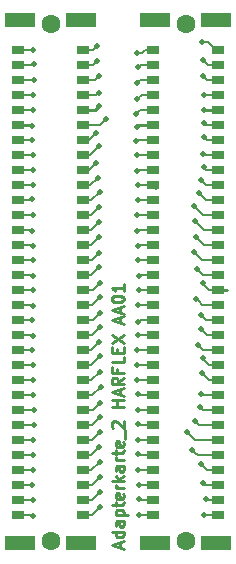
<source format=gtl>
G04 #@! TF.FileFunction,Copper,L1,Top,Signal*
%FSLAX46Y46*%
G04 Gerber Fmt 4.6, Leading zero omitted, Abs format (unit mm)*
G04 Created by KiCad (PCBNEW 4.0.4-stable) date 12/05/16 22:10:46*
%MOMM*%
%LPD*%
G01*
G04 APERTURE LIST*
%ADD10C,0.150000*%
%ADD11C,0.250000*%
%ADD12R,1.100000X0.800000*%
%ADD13R,2.500000X1.200000*%
%ADD14C,1.600000*%
%ADD15C,0.500000*%
%ADD16C,0.200000*%
%ADD17C,0.254000*%
G04 APERTURE END LIST*
D10*
D11*
X10291667Y-46042859D02*
X10291667Y-45566668D01*
X10577381Y-46138097D02*
X9577381Y-45804764D01*
X10577381Y-45471430D01*
X10577381Y-44709525D02*
X9577381Y-44709525D01*
X10529762Y-44709525D02*
X10577381Y-44804763D01*
X10577381Y-44995240D01*
X10529762Y-45090478D01*
X10482143Y-45138097D01*
X10386905Y-45185716D01*
X10101190Y-45185716D01*
X10005952Y-45138097D01*
X9958333Y-45090478D01*
X9910714Y-44995240D01*
X9910714Y-44804763D01*
X9958333Y-44709525D01*
X10577381Y-43804763D02*
X10053571Y-43804763D01*
X9958333Y-43852382D01*
X9910714Y-43947620D01*
X9910714Y-44138097D01*
X9958333Y-44233335D01*
X10529762Y-43804763D02*
X10577381Y-43900001D01*
X10577381Y-44138097D01*
X10529762Y-44233335D01*
X10434524Y-44280954D01*
X10339286Y-44280954D01*
X10244048Y-44233335D01*
X10196429Y-44138097D01*
X10196429Y-43900001D01*
X10148810Y-43804763D01*
X9910714Y-43328573D02*
X10910714Y-43328573D01*
X9958333Y-43328573D02*
X9910714Y-43233335D01*
X9910714Y-43042858D01*
X9958333Y-42947620D01*
X10005952Y-42900001D01*
X10101190Y-42852382D01*
X10386905Y-42852382D01*
X10482143Y-42900001D01*
X10529762Y-42947620D01*
X10577381Y-43042858D01*
X10577381Y-43233335D01*
X10529762Y-43328573D01*
X9910714Y-42566668D02*
X9910714Y-42185716D01*
X9577381Y-42423811D02*
X10434524Y-42423811D01*
X10529762Y-42376192D01*
X10577381Y-42280954D01*
X10577381Y-42185716D01*
X10529762Y-41471429D02*
X10577381Y-41566667D01*
X10577381Y-41757144D01*
X10529762Y-41852382D01*
X10434524Y-41900001D01*
X10053571Y-41900001D01*
X9958333Y-41852382D01*
X9910714Y-41757144D01*
X9910714Y-41566667D01*
X9958333Y-41471429D01*
X10053571Y-41423810D01*
X10148810Y-41423810D01*
X10244048Y-41900001D01*
X10577381Y-40995239D02*
X9910714Y-40995239D01*
X10101190Y-40995239D02*
X10005952Y-40947620D01*
X9958333Y-40900001D01*
X9910714Y-40804763D01*
X9910714Y-40709524D01*
X10577381Y-40376191D02*
X9577381Y-40376191D01*
X10196429Y-40280953D02*
X10577381Y-39995238D01*
X9910714Y-39995238D02*
X10291667Y-40376191D01*
X10577381Y-39138095D02*
X10053571Y-39138095D01*
X9958333Y-39185714D01*
X9910714Y-39280952D01*
X9910714Y-39471429D01*
X9958333Y-39566667D01*
X10529762Y-39138095D02*
X10577381Y-39233333D01*
X10577381Y-39471429D01*
X10529762Y-39566667D01*
X10434524Y-39614286D01*
X10339286Y-39614286D01*
X10244048Y-39566667D01*
X10196429Y-39471429D01*
X10196429Y-39233333D01*
X10148810Y-39138095D01*
X10577381Y-38661905D02*
X9910714Y-38661905D01*
X10101190Y-38661905D02*
X10005952Y-38614286D01*
X9958333Y-38566667D01*
X9910714Y-38471429D01*
X9910714Y-38376190D01*
X9910714Y-38185714D02*
X9910714Y-37804762D01*
X9577381Y-38042857D02*
X10434524Y-38042857D01*
X10529762Y-37995238D01*
X10577381Y-37900000D01*
X10577381Y-37804762D01*
X10529762Y-37090475D02*
X10577381Y-37185713D01*
X10577381Y-37376190D01*
X10529762Y-37471428D01*
X10434524Y-37519047D01*
X10053571Y-37519047D01*
X9958333Y-37471428D01*
X9910714Y-37376190D01*
X9910714Y-37185713D01*
X9958333Y-37090475D01*
X10053571Y-37042856D01*
X10148810Y-37042856D01*
X10244048Y-37519047D01*
X10672619Y-36852380D02*
X10672619Y-36090475D01*
X9672619Y-35899999D02*
X9625000Y-35852380D01*
X9577381Y-35757142D01*
X9577381Y-35519046D01*
X9625000Y-35423808D01*
X9672619Y-35376189D01*
X9767857Y-35328570D01*
X9863095Y-35328570D01*
X10005952Y-35376189D01*
X10577381Y-35947618D01*
X10577381Y-35328570D01*
X10577381Y-34138094D02*
X9577381Y-34138094D01*
X10053571Y-34138094D02*
X10053571Y-33566665D01*
X10577381Y-33566665D02*
X9577381Y-33566665D01*
X10291667Y-33138094D02*
X10291667Y-32661903D01*
X10577381Y-33233332D02*
X9577381Y-32899999D01*
X10577381Y-32566665D01*
X10577381Y-31661903D02*
X10101190Y-31995237D01*
X10577381Y-32233332D02*
X9577381Y-32233332D01*
X9577381Y-31852379D01*
X9625000Y-31757141D01*
X9672619Y-31709522D01*
X9767857Y-31661903D01*
X9910714Y-31661903D01*
X10005952Y-31709522D01*
X10053571Y-31757141D01*
X10101190Y-31852379D01*
X10101190Y-32233332D01*
X10053571Y-30899998D02*
X10053571Y-31233332D01*
X10577381Y-31233332D02*
X9577381Y-31233332D01*
X9577381Y-30757141D01*
X10577381Y-29899998D02*
X10577381Y-30376189D01*
X9577381Y-30376189D01*
X10053571Y-29566665D02*
X10053571Y-29233331D01*
X10577381Y-29090474D02*
X10577381Y-29566665D01*
X9577381Y-29566665D01*
X9577381Y-29090474D01*
X9577381Y-28757141D02*
X10577381Y-28090474D01*
X9577381Y-28090474D02*
X10577381Y-28757141D01*
X10291667Y-26995236D02*
X10291667Y-26519045D01*
X10577381Y-27090474D02*
X9577381Y-26757141D01*
X10577381Y-26423807D01*
X10291667Y-26138093D02*
X10291667Y-25661902D01*
X10577381Y-26233331D02*
X9577381Y-25899998D01*
X10577381Y-25566664D01*
X9577381Y-25042855D02*
X9577381Y-24947616D01*
X9625000Y-24852378D01*
X9672619Y-24804759D01*
X9767857Y-24757140D01*
X9958333Y-24709521D01*
X10196429Y-24709521D01*
X10386905Y-24757140D01*
X10482143Y-24804759D01*
X10529762Y-24852378D01*
X10577381Y-24947616D01*
X10577381Y-25042855D01*
X10529762Y-25138093D01*
X10482143Y-25185712D01*
X10386905Y-25233331D01*
X10196429Y-25280950D01*
X9958333Y-25280950D01*
X9767857Y-25233331D01*
X9672619Y-25185712D01*
X9625000Y-25138093D01*
X9577381Y-25042855D01*
X10577381Y-23757140D02*
X10577381Y-24328569D01*
X10577381Y-24042855D02*
X9577381Y-24042855D01*
X9720238Y-24138093D01*
X9815476Y-24233331D01*
X9863095Y-24328569D01*
D12*
X13070000Y-43290000D03*
X18570000Y-43290000D03*
X13070000Y-42020000D03*
X18570000Y-42020000D03*
X13070000Y-40750000D03*
X18570000Y-40750000D03*
X13070000Y-39480000D03*
X18570000Y-39480000D03*
X13070000Y-38210000D03*
X18570000Y-38210000D03*
X13070000Y-36940000D03*
X18570000Y-36940000D03*
X13070000Y-35670000D03*
X18570000Y-35670000D03*
X13070000Y-34400000D03*
X18570000Y-34400000D03*
X13070000Y-33130000D03*
X18570000Y-33130000D03*
X13070000Y-31860000D03*
X18570000Y-31860000D03*
X13070000Y-30590000D03*
X18570000Y-30590000D03*
X13070000Y-29320000D03*
X18570000Y-29320000D03*
X13070000Y-28050000D03*
X18570000Y-28050000D03*
X13070000Y-26780000D03*
X18570000Y-26780000D03*
X13070000Y-25510000D03*
X18570000Y-25510000D03*
X13070000Y-24240000D03*
X18570000Y-24240000D03*
X13070000Y-22970000D03*
X18570000Y-22970000D03*
X13070000Y-21700000D03*
X18570000Y-21700000D03*
X13070000Y-20430000D03*
X18570000Y-20430000D03*
X13070000Y-19160000D03*
X18570000Y-19160000D03*
X13070000Y-17890000D03*
X18570000Y-17890000D03*
X13070000Y-16620000D03*
X18570000Y-16620000D03*
X13070000Y-15350000D03*
X18570000Y-15350000D03*
X13070000Y-14080000D03*
X18570000Y-14080000D03*
X13070000Y-12810000D03*
X18570000Y-12810000D03*
X13070000Y-11540000D03*
X18570000Y-11540000D03*
X13070000Y-10270000D03*
X18570000Y-10270000D03*
X13070000Y-9000000D03*
X18570000Y-9000000D03*
X13070000Y-7730000D03*
X18570000Y-7730000D03*
X13070000Y-6460000D03*
X18570000Y-6460000D03*
X13070000Y-5190000D03*
X18570000Y-5190000D03*
X13070000Y-3920000D03*
X18570000Y-3920000D03*
D13*
X13270000Y-1410000D03*
X18370000Y-1410000D03*
X13270000Y-45700000D03*
X18370000Y-45700000D03*
D14*
X15820000Y-1710000D03*
X15820000Y-45500000D03*
D12*
X1640000Y-43290000D03*
X7140000Y-43290000D03*
X1640000Y-42020000D03*
X7140000Y-42020000D03*
X1640000Y-40750000D03*
X7140000Y-40750000D03*
X1640000Y-39480000D03*
X7140000Y-39480000D03*
X1640000Y-38210000D03*
X7140000Y-38210000D03*
X1640000Y-36940000D03*
X7140000Y-36940000D03*
X1640000Y-35670000D03*
X7140000Y-35670000D03*
X1640000Y-34400000D03*
X7140000Y-34400000D03*
X1640000Y-33130000D03*
X7140000Y-33130000D03*
X1640000Y-31860000D03*
X7140000Y-31860000D03*
X1640000Y-30590000D03*
X7140000Y-30590000D03*
X1640000Y-29320000D03*
X7140000Y-29320000D03*
X1640000Y-28050000D03*
X7140000Y-28050000D03*
X1640000Y-26780000D03*
X7140000Y-26780000D03*
X1640000Y-25510000D03*
X7140000Y-25510000D03*
X1640000Y-24240000D03*
X7140000Y-24240000D03*
X1640000Y-22970000D03*
X7140000Y-22970000D03*
X1640000Y-21700000D03*
X7140000Y-21700000D03*
X1640000Y-20430000D03*
X7140000Y-20430000D03*
X1640000Y-19160000D03*
X7140000Y-19160000D03*
X1640000Y-17890000D03*
X7140000Y-17890000D03*
X1640000Y-16620000D03*
X7140000Y-16620000D03*
X1640000Y-15350000D03*
X7140000Y-15350000D03*
X1640000Y-14080000D03*
X7140000Y-14080000D03*
X1640000Y-12810000D03*
X7140000Y-12810000D03*
X1640000Y-11540000D03*
X7140000Y-11540000D03*
X1640000Y-10270000D03*
X7140000Y-10270000D03*
X1640000Y-9000000D03*
X7140000Y-9000000D03*
X1640000Y-7730000D03*
X7140000Y-7730000D03*
X1640000Y-6460000D03*
X7140000Y-6460000D03*
X1640000Y-5190000D03*
X7140000Y-5190000D03*
X1640000Y-3920000D03*
X7140000Y-3920000D03*
D13*
X1840000Y-1410000D03*
X6940000Y-1410000D03*
X1840000Y-45700000D03*
X6940000Y-45700000D03*
D14*
X4390000Y-1710000D03*
X4390000Y-45500000D03*
D15*
X2920000Y-43340000D03*
X11850000Y-43310000D03*
X16389647Y-37749990D03*
X8510000Y-37510000D03*
X2930000Y-36940000D03*
X11780000Y-36900000D03*
X15935901Y-36249990D03*
X8580000Y-36230000D03*
X2960000Y-35660000D03*
X11800000Y-35590000D03*
X16620874Y-35343129D03*
X8610000Y-35000000D03*
X3000000Y-34400000D03*
X11800000Y-34400000D03*
X17027216Y-34157636D03*
X8600000Y-33780000D03*
X2890000Y-33140000D03*
X11800000Y-33060000D03*
X17171930Y-33057624D03*
X8630000Y-32440000D03*
X2910000Y-31860000D03*
X11740000Y-31820000D03*
X17420000Y-43310000D03*
X8610000Y-42600000D03*
X17180000Y-31249990D03*
X8540000Y-31140000D03*
X2870000Y-30580000D03*
X11710000Y-30580000D03*
X17326636Y-30029990D03*
X8540000Y-29850000D03*
X2820000Y-29280000D03*
X11690000Y-29330000D03*
X16864258Y-28911752D03*
X8510000Y-28670000D03*
X2890000Y-28100000D03*
X11780000Y-28090000D03*
X17114850Y-27549990D03*
X8580000Y-27340000D03*
X2850000Y-26770000D03*
X11800000Y-26910000D03*
X17116324Y-26349990D03*
X8610000Y-26170000D03*
X2930000Y-25560000D03*
X11780000Y-25510000D03*
X2870000Y-42010000D03*
X11890000Y-41950000D03*
X16682319Y-24959990D03*
X8600000Y-24810000D03*
X2930000Y-24230000D03*
X11900000Y-24280000D03*
X17276123Y-23649990D03*
X8580000Y-23610000D03*
X11900000Y-23040000D03*
X2940000Y-23020000D03*
X16823657Y-22466389D03*
X8530000Y-22290000D03*
X2940000Y-21720000D03*
X11820000Y-21700000D03*
X16568629Y-21060010D03*
X8510000Y-21100000D03*
X2930000Y-20530000D03*
X11800000Y-20510000D03*
X16691084Y-19731084D03*
X8490000Y-19770000D03*
X2850000Y-19210000D03*
X11740000Y-19230000D03*
X17553643Y-41949990D03*
X8620000Y-41310000D03*
X16616084Y-18406084D03*
X8480000Y-18510000D03*
X2880000Y-17870000D03*
X11720000Y-17910000D03*
X16516080Y-17131092D03*
X8520000Y-17200000D03*
X11800000Y-16600000D03*
X2820000Y-16570000D03*
X16953319Y-16039915D03*
X8550000Y-15910000D03*
X2880000Y-15350000D03*
X11780000Y-15350000D03*
X17117873Y-14939903D03*
X8370000Y-14750000D03*
X2920000Y-14100000D03*
X11720000Y-14150000D03*
X17345966Y-13839891D03*
X8280000Y-13470000D03*
X2880000Y-12790000D03*
X11680000Y-12810000D03*
X2840000Y-40740000D03*
X11890000Y-40710000D03*
X17320000Y-12739880D03*
X8460000Y-12080000D03*
X11650000Y-11590000D03*
X2860000Y-11510000D03*
X8220000Y-10940000D03*
X17360000Y-11280000D03*
X2840000Y-10340000D03*
X11680000Y-10440000D03*
X9080000Y-9800000D03*
X17380000Y-10140000D03*
X11650000Y-9300000D03*
X2920000Y-8990000D03*
X8520000Y-8670000D03*
X17390000Y-8970000D03*
X2910000Y-7750000D03*
X11730000Y-8100000D03*
X17350000Y-7760000D03*
X8490000Y-7520000D03*
X2950000Y-6460000D03*
X11690000Y-6740000D03*
X17262459Y-40584627D03*
X8570000Y-40090000D03*
X8500000Y-6100000D03*
X17300000Y-6100000D03*
X2960000Y-5120000D03*
X11800000Y-5350000D03*
X17270000Y-4772990D03*
X8350000Y-4810000D03*
X2900000Y-3910000D03*
X11730000Y-4200000D03*
X17250000Y-3222990D03*
X8290000Y-3610000D03*
X2930000Y-39480000D03*
X11820000Y-39520000D03*
X17110000Y-38949990D03*
X8540000Y-38800000D03*
X2930000Y-38220000D03*
X11800000Y-38150000D03*
D16*
X13160000Y-43200000D02*
X13070000Y-43290000D01*
X13070000Y-43290000D02*
X11870000Y-43290000D01*
X2870000Y-43290000D02*
X1640000Y-43290000D01*
X2920000Y-43340000D02*
X2870000Y-43290000D01*
X11870000Y-43290000D02*
X11850000Y-43310000D01*
X18720000Y-38210000D02*
X18570000Y-38210000D01*
X16849657Y-38210000D02*
X16639646Y-37999989D01*
X18570000Y-38210000D02*
X16849657Y-38210000D01*
X16639646Y-37999989D02*
X16389647Y-37749990D01*
X7140000Y-38210000D02*
X7810000Y-38210000D01*
X7810000Y-38210000D02*
X8510000Y-37510000D01*
X13210000Y-36800000D02*
X13070000Y-36940000D01*
X13070000Y-36940000D02*
X11820000Y-36940000D01*
X2930000Y-36940000D02*
X1640000Y-36940000D01*
X11820000Y-36940000D02*
X11780000Y-36900000D01*
D17*
X18570000Y-36940000D02*
X18720000Y-36940000D01*
D16*
X16625911Y-36940000D02*
X16185900Y-36499989D01*
X16185900Y-36499989D02*
X15935901Y-36249990D01*
X18570000Y-36940000D02*
X16625911Y-36940000D01*
X7140000Y-36940000D02*
X7870000Y-36940000D01*
X7870000Y-36940000D02*
X8580000Y-36230000D01*
X13140000Y-35600000D02*
X13070000Y-35670000D01*
X13070000Y-35670000D02*
X11880000Y-35670000D01*
X2950000Y-35670000D02*
X1640000Y-35670000D01*
X2960000Y-35660000D02*
X2950000Y-35670000D01*
X11880000Y-35670000D02*
X11800000Y-35590000D01*
D17*
X18720000Y-35670000D02*
X18570000Y-35670000D01*
D16*
X18570000Y-35670000D02*
X16947745Y-35670000D01*
X16870873Y-35593128D02*
X16620874Y-35343129D01*
X16947745Y-35670000D02*
X16870873Y-35593128D01*
X7140000Y-35670000D02*
X7940000Y-35670000D01*
X7940000Y-35670000D02*
X8610000Y-35000000D01*
X13170000Y-34300000D02*
X13070000Y-34400000D01*
X13070000Y-34400000D02*
X11800000Y-34400000D01*
X3000000Y-34400000D02*
X1640000Y-34400000D01*
X18720000Y-34400000D02*
X18570000Y-34400000D01*
X17269580Y-34400000D02*
X17027216Y-34157636D01*
X18570000Y-34400000D02*
X17269580Y-34400000D01*
X7140000Y-34400000D02*
X7980000Y-34400000D01*
X7980000Y-34400000D02*
X8600000Y-33780000D01*
X13100000Y-33100000D02*
X13070000Y-33130000D01*
X13070000Y-33130000D02*
X11870000Y-33130000D01*
X2880000Y-33130000D02*
X1640000Y-33130000D01*
X2890000Y-33140000D02*
X2880000Y-33130000D01*
X11870000Y-33130000D02*
X11800000Y-33060000D01*
D17*
X18720000Y-33130000D02*
X18570000Y-33130000D01*
D16*
X17244306Y-33130000D02*
X17171930Y-33057624D01*
X18570000Y-33130000D02*
X17244306Y-33130000D01*
X7140000Y-33130000D02*
X7940000Y-33130000D01*
X7940000Y-33130000D02*
X8630000Y-32440000D01*
X13130000Y-31800000D02*
X13070000Y-31860000D01*
X13070000Y-31860000D02*
X11780000Y-31860000D01*
X2910000Y-31860000D02*
X1640000Y-31860000D01*
X11780000Y-31860000D02*
X11740000Y-31820000D01*
X7140000Y-43290000D02*
X7920000Y-43290000D01*
X17440000Y-43290000D02*
X18570000Y-43290000D01*
X17420000Y-43310000D02*
X17440000Y-43290000D01*
X7920000Y-43290000D02*
X8610000Y-42600000D01*
D17*
X18570000Y-31860000D02*
X18720000Y-31860000D01*
D16*
X17429999Y-31499989D02*
X17180000Y-31249990D01*
X18570000Y-31860000D02*
X17790010Y-31860000D01*
X17790010Y-31860000D02*
X17429999Y-31499989D01*
X7140000Y-31860000D02*
X7820000Y-31860000D01*
X7820000Y-31860000D02*
X8540000Y-31140000D01*
X13160000Y-30500000D02*
X13070000Y-30590000D01*
X13070000Y-30590000D02*
X11720000Y-30590000D01*
X2860000Y-30590000D02*
X1640000Y-30590000D01*
X2870000Y-30580000D02*
X2860000Y-30590000D01*
X11720000Y-30590000D02*
X11710000Y-30580000D01*
X17326636Y-30096636D02*
X17326636Y-30029990D01*
X17820000Y-30590000D02*
X17326636Y-30096636D01*
X18570000Y-30590000D02*
X17820000Y-30590000D01*
X7140000Y-30590000D02*
X7800000Y-30590000D01*
X7800000Y-30590000D02*
X8540000Y-29850000D01*
X13190000Y-29200000D02*
X13070000Y-29320000D01*
X13070000Y-29320000D02*
X11700000Y-29320000D01*
X2780000Y-29320000D02*
X1640000Y-29320000D01*
X2820000Y-29280000D02*
X2780000Y-29320000D01*
X11700000Y-29320000D02*
X11690000Y-29330000D01*
X17114257Y-29161751D02*
X16864258Y-28911752D01*
X17272506Y-29320000D02*
X17114257Y-29161751D01*
X18570000Y-29320000D02*
X17272506Y-29320000D01*
X7140000Y-29320000D02*
X7860000Y-29320000D01*
X7860000Y-29320000D02*
X8510000Y-28670000D01*
X13070000Y-28050000D02*
X11820000Y-28050000D01*
X2840000Y-28050000D02*
X1640000Y-28050000D01*
X2890000Y-28100000D02*
X2840000Y-28050000D01*
X11820000Y-28050000D02*
X11780000Y-28090000D01*
X17364849Y-27799989D02*
X17114850Y-27549990D01*
X17614860Y-28050000D02*
X17364849Y-27799989D01*
X18570000Y-28050000D02*
X17614860Y-28050000D01*
X7140000Y-28050000D02*
X7870000Y-28050000D01*
X7870000Y-28050000D02*
X8580000Y-27340000D01*
X13090000Y-26800000D02*
X13070000Y-26780000D01*
X13070000Y-26780000D02*
X11930000Y-26780000D01*
X2840000Y-26780000D02*
X1640000Y-26780000D01*
X2850000Y-26770000D02*
X2840000Y-26780000D01*
X11930000Y-26780000D02*
X11800000Y-26910000D01*
X17366323Y-26599989D02*
X17116324Y-26349990D01*
X17546334Y-26780000D02*
X17366323Y-26599989D01*
X18570000Y-26780000D02*
X17546334Y-26780000D01*
X7140000Y-26780000D02*
X8000000Y-26780000D01*
X8000000Y-26780000D02*
X8610000Y-26170000D01*
X13080000Y-25500000D02*
X13070000Y-25510000D01*
X13070000Y-25510000D02*
X11780000Y-25510000D01*
X2880000Y-25510000D02*
X1640000Y-25510000D01*
X2930000Y-25560000D02*
X2880000Y-25510000D01*
X13090000Y-42000000D02*
X13070000Y-42020000D01*
X13070000Y-42020000D02*
X11960000Y-42020000D01*
X2860000Y-42020000D02*
X1640000Y-42020000D01*
X2870000Y-42010000D02*
X2860000Y-42020000D01*
X11960000Y-42020000D02*
X11890000Y-41950000D01*
X16932318Y-25209989D02*
X16682319Y-24959990D01*
X17232329Y-25510000D02*
X16932318Y-25209989D01*
X18570000Y-25510000D02*
X17232329Y-25510000D01*
X7140000Y-25510000D02*
X7900000Y-25510000D01*
X7900000Y-25510000D02*
X8600000Y-24810000D01*
X13110000Y-24200000D02*
X13070000Y-24240000D01*
X13070000Y-24240000D02*
X11940000Y-24240000D01*
X2920000Y-24240000D02*
X1640000Y-24240000D01*
X2930000Y-24230000D02*
X2920000Y-24240000D01*
X11940000Y-24240000D02*
X11900000Y-24280000D01*
D17*
X19374000Y-24240000D02*
X18570000Y-24240000D01*
D16*
X17276123Y-23696123D02*
X17276123Y-23649990D01*
X17820000Y-24240000D02*
X17276123Y-23696123D01*
X18570000Y-24240000D02*
X17820000Y-24240000D01*
X7140000Y-24240000D02*
X7950000Y-24240000D01*
X7950000Y-24240000D02*
X8580000Y-23610000D01*
X13140000Y-22900000D02*
X13070000Y-22970000D01*
X13070000Y-22970000D02*
X11970000Y-22970000D01*
X2890000Y-22970000D02*
X1640000Y-22970000D01*
X2940000Y-23020000D02*
X2890000Y-22970000D01*
X11970000Y-22970000D02*
X11900000Y-23040000D01*
X17327268Y-22970000D02*
X17073656Y-22716388D01*
X18570000Y-22970000D02*
X17327268Y-22970000D01*
X17073656Y-22716388D02*
X16823657Y-22466389D01*
X7140000Y-22970000D02*
X7850000Y-22970000D01*
X7850000Y-22970000D02*
X8530000Y-22290000D01*
X13070000Y-21700000D02*
X11820000Y-21700000D01*
X2920000Y-21700000D02*
X1640000Y-21700000D01*
X2940000Y-21720000D02*
X2920000Y-21700000D01*
X18570000Y-21700000D02*
X17208619Y-21700000D01*
X16818628Y-21310009D02*
X16568629Y-21060010D01*
X17208619Y-21700000D02*
X16818628Y-21310009D01*
X7140000Y-21700000D02*
X7910000Y-21700000D01*
X7910000Y-21700000D02*
X8510000Y-21100000D01*
X13140000Y-20500000D02*
X13070000Y-20430000D01*
X13070000Y-20430000D02*
X11880000Y-20430000D01*
X2830000Y-20430000D02*
X1640000Y-20430000D01*
X2930000Y-20530000D02*
X2830000Y-20430000D01*
X11880000Y-20430000D02*
X11800000Y-20510000D01*
X16941083Y-19981083D02*
X16691084Y-19731084D01*
X17390000Y-20430000D02*
X16941083Y-19981083D01*
X18570000Y-20430000D02*
X17390000Y-20430000D01*
X7140000Y-20430000D02*
X7830000Y-20430000D01*
X7830000Y-20430000D02*
X8490000Y-19770000D01*
X13130000Y-19100000D02*
X13070000Y-19160000D01*
X13070000Y-19160000D02*
X11810000Y-19160000D01*
X2800000Y-19160000D02*
X1640000Y-19160000D01*
X2850000Y-19210000D02*
X2800000Y-19160000D01*
X11810000Y-19160000D02*
X11740000Y-19230000D01*
X17623653Y-42020000D02*
X17553643Y-41949990D01*
X18570000Y-42020000D02*
X17623653Y-42020000D01*
D17*
X18570000Y-42020000D02*
X18720000Y-42020000D01*
D16*
X7140000Y-42020000D02*
X7910000Y-42020000D01*
X7910000Y-42020000D02*
X8620000Y-41310000D01*
X16866083Y-18656083D02*
X16616084Y-18406084D01*
X17370000Y-19160000D02*
X16866083Y-18656083D01*
X18570000Y-19160000D02*
X17370000Y-19160000D01*
X7140000Y-19160000D02*
X7830000Y-19160000D01*
X7830000Y-19160000D02*
X8480000Y-18510000D01*
X13080000Y-17900000D02*
X13070000Y-17890000D01*
X13070000Y-17890000D02*
X11740000Y-17890000D01*
X2860000Y-17890000D02*
X1640000Y-17890000D01*
X2880000Y-17870000D02*
X2860000Y-17890000D01*
X11740000Y-17890000D02*
X11720000Y-17910000D01*
X16766079Y-17381091D02*
X16516080Y-17131092D01*
X18570000Y-17890000D02*
X17274988Y-17890000D01*
X17274988Y-17890000D02*
X16766079Y-17381091D01*
X7140000Y-17890000D02*
X7830000Y-17890000D01*
X7830000Y-17890000D02*
X8520000Y-17200000D01*
X13070000Y-16620000D02*
X11820000Y-16620000D01*
X11820000Y-16620000D02*
X11800000Y-16600000D01*
X13090000Y-16600000D02*
X13070000Y-16620000D01*
X2770000Y-16620000D02*
X1640000Y-16620000D01*
X2820000Y-16570000D02*
X2770000Y-16620000D01*
X18720000Y-16620000D02*
X18570000Y-16620000D01*
X17533404Y-16620000D02*
X17203318Y-16289914D01*
X18570000Y-16620000D02*
X17533404Y-16620000D01*
X17203318Y-16289914D02*
X16953319Y-16039915D01*
X7140000Y-16620000D02*
X7840000Y-16620000D01*
X7840000Y-16620000D02*
X8550000Y-15910000D01*
D17*
X13336534Y-15616534D02*
X13070000Y-15350000D01*
D16*
X13070000Y-15350000D02*
X11780000Y-15350000D01*
X2880000Y-15350000D02*
X1640000Y-15350000D01*
X17527970Y-15350000D02*
X17367872Y-15189902D01*
X18570000Y-15350000D02*
X17527970Y-15350000D01*
X17367872Y-15189902D02*
X17117873Y-14939903D01*
X7770000Y-15350000D02*
X7140000Y-15350000D01*
X8370000Y-14750000D02*
X7770000Y-15350000D01*
X13070000Y-14080000D02*
X11790000Y-14080000D01*
X2900000Y-14080000D02*
X1640000Y-14080000D01*
X2920000Y-14100000D02*
X2900000Y-14080000D01*
X11790000Y-14080000D02*
X11720000Y-14150000D01*
X18570000Y-14080000D02*
X17586075Y-14080000D01*
X17586075Y-14080000D02*
X17345966Y-13839891D01*
X7670000Y-14080000D02*
X7140000Y-14080000D01*
X8280000Y-13470000D02*
X7670000Y-14080000D01*
X13070000Y-12810000D02*
X11680000Y-12810000D01*
X2860000Y-12810000D02*
X1640000Y-12810000D01*
X2880000Y-12790000D02*
X2860000Y-12810000D01*
X13120000Y-40700000D02*
X13070000Y-40750000D01*
X13070000Y-40750000D02*
X11930000Y-40750000D01*
X2830000Y-40750000D02*
X1640000Y-40750000D01*
X2840000Y-40740000D02*
X2830000Y-40750000D01*
X11930000Y-40750000D02*
X11890000Y-40710000D01*
X18570000Y-12810000D02*
X17390120Y-12810000D01*
X17390120Y-12810000D02*
X17320000Y-12739880D01*
X7140000Y-12810000D02*
X7730000Y-12810000D01*
X7730000Y-12810000D02*
X8460000Y-12080000D01*
X13070000Y-11540000D02*
X11700000Y-11540000D01*
X11700000Y-11540000D02*
X11650000Y-11590000D01*
X2830000Y-11540000D02*
X1640000Y-11540000D01*
X2860000Y-11510000D02*
X2830000Y-11540000D01*
X18570000Y-11540000D02*
X17620000Y-11540000D01*
X7620000Y-11540000D02*
X7140000Y-11540000D01*
X8220000Y-10940000D02*
X7620000Y-11540000D01*
X17620000Y-11540000D02*
X17360000Y-11280000D01*
D17*
X13070000Y-10270000D02*
X11850000Y-10270000D01*
X2770000Y-10270000D02*
X1640000Y-10270000D01*
X2840000Y-10340000D02*
X2770000Y-10270000D01*
X11850000Y-10270000D02*
X11680000Y-10440000D01*
D16*
X18570000Y-10270000D02*
X17510000Y-10270000D01*
X8610000Y-10270000D02*
X7140000Y-10270000D01*
X9080000Y-9800000D02*
X8610000Y-10270000D01*
X17510000Y-10270000D02*
X17380000Y-10140000D01*
X1640000Y-9000000D02*
X2910000Y-9000000D01*
X11950000Y-9000000D02*
X13070000Y-9000000D01*
X11650000Y-9300000D02*
X11950000Y-9000000D01*
X2910000Y-9000000D02*
X2920000Y-8990000D01*
D17*
X18570000Y-9000000D02*
X18720000Y-9000000D01*
X18570000Y-9000000D02*
X17420000Y-9000000D01*
X8190000Y-9000000D02*
X7140000Y-9000000D01*
X8520000Y-8670000D02*
X8190000Y-9000000D01*
X17420000Y-9000000D02*
X17390000Y-8970000D01*
D16*
X13070000Y-7730000D02*
X12100000Y-7730000D01*
X2890000Y-7730000D02*
X1640000Y-7730000D01*
X2910000Y-7750000D02*
X2890000Y-7730000D01*
X12100000Y-7730000D02*
X11730000Y-8100000D01*
D17*
X18570000Y-7730000D02*
X18720000Y-7730000D01*
D16*
X7140000Y-7730000D02*
X8280000Y-7730000D01*
X17380000Y-7730000D02*
X18570000Y-7730000D01*
X17350000Y-7760000D02*
X17380000Y-7730000D01*
X8280000Y-7730000D02*
X8490000Y-7520000D01*
X13070000Y-6460000D02*
X12000000Y-6460000D01*
X2950000Y-6460000D02*
X1640000Y-6460000D01*
X11720000Y-6740000D02*
X11690000Y-6740000D01*
X12000000Y-6460000D02*
X11720000Y-6740000D01*
X17427832Y-40750000D02*
X17262459Y-40584627D01*
X18570000Y-40750000D02*
X17427832Y-40750000D01*
X7140000Y-40750000D02*
X7910000Y-40750000D01*
X7910000Y-40750000D02*
X8570000Y-40090000D01*
X18570000Y-6460000D02*
X17660000Y-6460000D01*
X8140000Y-6460000D02*
X7140000Y-6460000D01*
X8500000Y-6100000D02*
X8140000Y-6460000D01*
X17660000Y-6460000D02*
X17300000Y-6100000D01*
D17*
X18720000Y-6460000D02*
X18570000Y-6460000D01*
D16*
X13070000Y-5190000D02*
X11960000Y-5190000D01*
X2890000Y-5190000D02*
X1640000Y-5190000D01*
X2960000Y-5120000D02*
X2890000Y-5190000D01*
X11960000Y-5190000D02*
X11800000Y-5350000D01*
D17*
X18720000Y-5190000D02*
X18570000Y-5190000D01*
D16*
X17519999Y-5022989D02*
X17270000Y-4772990D01*
X17687010Y-5190000D02*
X17519999Y-5022989D01*
X18570000Y-5190000D02*
X17687010Y-5190000D01*
X7140000Y-5190000D02*
X7990000Y-5190000D01*
X8350000Y-4830000D02*
X8350000Y-4810000D01*
X7990000Y-5190000D02*
X8350000Y-4830000D01*
D17*
X13190000Y-3800000D02*
X13070000Y-3920000D01*
D16*
X13070000Y-3920000D02*
X12410000Y-3920000D01*
X2890000Y-3920000D02*
X1640000Y-3920000D01*
X2900000Y-3910000D02*
X2890000Y-3920000D01*
X12130000Y-4200000D02*
X11730000Y-4200000D01*
X12410000Y-3920000D02*
X12130000Y-4200000D01*
X17603553Y-3222990D02*
X17250000Y-3222990D01*
X18570000Y-3920000D02*
X18420000Y-3920000D01*
X18420000Y-3920000D02*
X17722990Y-3222990D01*
X17722990Y-3222990D02*
X17603553Y-3222990D01*
D17*
X18570000Y-3920000D02*
X18720000Y-3920000D01*
D16*
X7140000Y-3920000D02*
X7980000Y-3920000D01*
X7980000Y-3920000D02*
X8290000Y-3610000D01*
X13090000Y-39500000D02*
X13070000Y-39480000D01*
X13070000Y-39480000D02*
X11860000Y-39480000D01*
X2930000Y-39480000D02*
X1640000Y-39480000D01*
X11860000Y-39480000D02*
X11820000Y-39520000D01*
D17*
X18570000Y-39480000D02*
X18720000Y-39480000D01*
D16*
X18570000Y-39480000D02*
X17640010Y-39480000D01*
X17359999Y-39199989D02*
X17110000Y-38949990D01*
X17640010Y-39480000D02*
X17359999Y-39199989D01*
X7140000Y-39480000D02*
X7860000Y-39480000D01*
X7860000Y-39480000D02*
X8540000Y-38800000D01*
X13080000Y-38200000D02*
X13070000Y-38210000D01*
X13070000Y-38210000D02*
X11860000Y-38210000D01*
X2920000Y-38210000D02*
X1640000Y-38210000D01*
X2930000Y-38220000D02*
X2920000Y-38210000D01*
X11860000Y-38210000D02*
X11800000Y-38150000D01*
M02*

</source>
